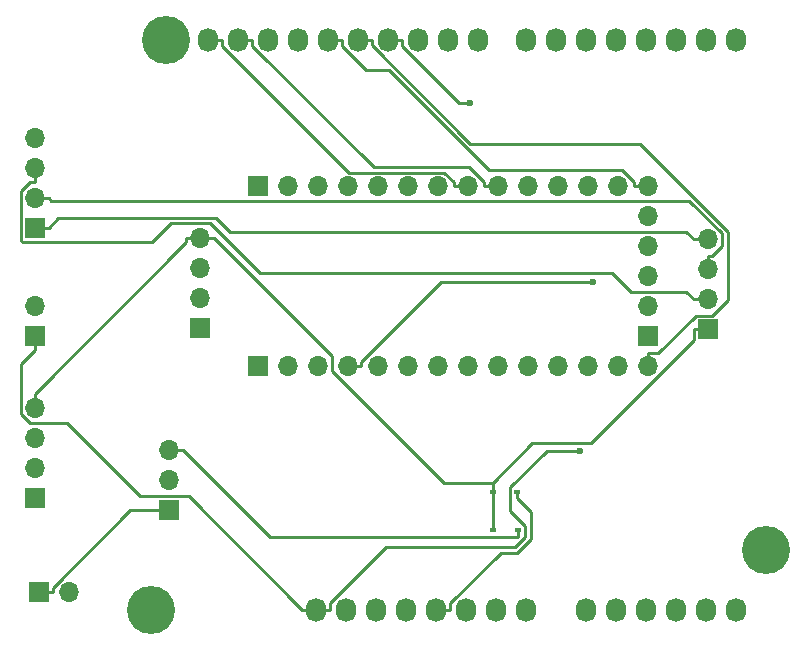
<source format=gbr>
G04 #@! TF.FileFunction,Copper,L1,Top,Signal*
%FSLAX46Y46*%
G04 Gerber Fmt 4.6, Leading zero omitted, Abs format (unit mm)*
G04 Created by KiCad (PCBNEW 4.0.6) date 06/14/17 16:45:23*
%MOMM*%
%LPD*%
G01*
G04 APERTURE LIST*
%ADD10C,0.100000*%
%ADD11C,4.064000*%
%ADD12O,1.727200X2.032000*%
%ADD13R,1.700000X1.700000*%
%ADD14O,1.700000X1.700000*%
%ADD15R,0.600000X0.450000*%
%ADD16C,0.600000*%
%ADD17C,0.250000*%
G04 APERTURE END LIST*
D10*
D11*
X177038000Y-118745000D03*
D12*
X138938000Y-123825000D03*
X141478000Y-123825000D03*
X144018000Y-123825000D03*
X146558000Y-123825000D03*
X149098000Y-123825000D03*
X151638000Y-123825000D03*
X154178000Y-123825000D03*
X156718000Y-123825000D03*
X161798000Y-123825000D03*
X164338000Y-123825000D03*
X166878000Y-123825000D03*
X169418000Y-123825000D03*
X171958000Y-123825000D03*
X174498000Y-123825000D03*
X129794000Y-75565000D03*
X132334000Y-75565000D03*
X134874000Y-75565000D03*
X137414000Y-75565000D03*
X139954000Y-75565000D03*
X142494000Y-75565000D03*
X145034000Y-75565000D03*
X147574000Y-75565000D03*
X150114000Y-75565000D03*
X152654000Y-75565000D03*
X156718000Y-75565000D03*
X159258000Y-75565000D03*
X161798000Y-75565000D03*
X164338000Y-75565000D03*
X166878000Y-75565000D03*
X169418000Y-75565000D03*
X171958000Y-75565000D03*
X174498000Y-75565000D03*
D11*
X124968000Y-123825000D03*
X126238000Y-75565000D03*
D13*
X133988000Y-88007000D03*
D14*
X136528000Y-88007000D03*
X139068000Y-88007000D03*
X141608000Y-88007000D03*
X144148000Y-88007000D03*
X146688000Y-88007000D03*
X149228000Y-88007000D03*
X151768000Y-88007000D03*
X154308000Y-88007000D03*
X156848000Y-88007000D03*
X159388000Y-88007000D03*
X161928000Y-88007000D03*
X164468000Y-88007000D03*
X167008000Y-88007000D03*
D13*
X172098000Y-100105000D03*
D14*
X172098000Y-97565000D03*
X172098000Y-95025000D03*
X172098000Y-92485000D03*
D13*
X167008000Y-100707000D03*
D14*
X167008000Y-98167000D03*
X167008000Y-95627000D03*
X167008000Y-93087000D03*
X167008000Y-90547000D03*
D13*
X133988000Y-103247000D03*
D14*
X136528000Y-103247000D03*
X139068000Y-103247000D03*
X141608000Y-103247000D03*
X144148000Y-103247000D03*
X146688000Y-103247000D03*
X149228000Y-103247000D03*
X151768000Y-103247000D03*
X154308000Y-103247000D03*
X156848000Y-103247000D03*
X159388000Y-103247000D03*
X161928000Y-103247000D03*
X164468000Y-103247000D03*
X167008000Y-103247000D03*
D13*
X129148000Y-99965000D03*
D14*
X129148000Y-97425000D03*
X129148000Y-94885000D03*
X129148000Y-92345000D03*
D13*
X115117000Y-91523200D03*
D14*
X115117000Y-88983200D03*
X115117000Y-86443200D03*
X115117000Y-83903200D03*
D13*
X115117000Y-100667000D03*
D14*
X115117000Y-98127000D03*
D13*
X115117000Y-114383000D03*
D14*
X115117000Y-111843000D03*
X115117000Y-109303000D03*
X115117000Y-106763000D03*
D13*
X126498000Y-115405000D03*
D14*
X126498000Y-112865000D03*
X126498000Y-110325000D03*
D13*
X115458000Y-122365000D03*
D14*
X117998000Y-122365000D03*
D15*
X153898000Y-113865000D03*
X155998000Y-113865000D03*
X153948000Y-117115000D03*
X156048000Y-117115000D03*
D16*
X162428400Y-96101700D03*
X151997300Y-80906300D03*
X161311600Y-110362400D03*
D17*
X155998000Y-113865000D02*
X155998000Y-114415300D01*
X149098000Y-123825000D02*
X150286900Y-123825000D01*
X157124400Y-115541700D02*
X155998000Y-114415300D01*
X157124400Y-117874400D02*
X157124400Y-115541700D01*
X155970400Y-119028400D02*
X157124400Y-117874400D01*
X154563400Y-119028400D02*
X155970400Y-119028400D01*
X150286900Y-123304900D02*
X154563400Y-119028400D01*
X150286900Y-123825000D02*
X150286900Y-123304900D01*
X133522900Y-76085100D02*
X133522900Y-75565000D01*
X143819100Y-86381300D02*
X133522900Y-76085100D01*
X151874300Y-86381300D02*
X143819100Y-86381300D01*
X153132700Y-87639700D02*
X151874300Y-86381300D01*
X153132700Y-88007000D02*
X153132700Y-87639700D01*
X154308000Y-88007000D02*
X153132700Y-88007000D01*
X132334000Y-75565000D02*
X133522900Y-75565000D01*
X130982900Y-76085100D02*
X130982900Y-75565000D01*
X141729500Y-86831700D02*
X130982900Y-76085100D01*
X149761200Y-86831700D02*
X141729500Y-86831700D01*
X150592700Y-87663200D02*
X149761200Y-86831700D01*
X150592700Y-88007000D02*
X150592700Y-87663200D01*
X151768000Y-88007000D02*
X150592700Y-88007000D01*
X129794000Y-75565000D02*
X130982900Y-75565000D01*
X149561300Y-96101700D02*
X162428400Y-96101700D01*
X142783300Y-102879700D02*
X149561300Y-96101700D01*
X142783300Y-103247000D02*
X142783300Y-102879700D01*
X141608000Y-103247000D02*
X142783300Y-103247000D01*
X167008000Y-88007000D02*
X165832700Y-88007000D01*
X139954000Y-75565000D02*
X141142900Y-75565000D01*
X141142900Y-76085100D02*
X141142900Y-75565000D01*
X143201400Y-78143600D02*
X141142900Y-76085100D01*
X145104500Y-78143600D02*
X143201400Y-78143600D01*
X153606000Y-86645100D02*
X145104500Y-78143600D01*
X164838200Y-86645100D02*
X153606000Y-86645100D01*
X165832700Y-87639600D02*
X164838200Y-86645100D01*
X165832700Y-88007000D02*
X165832700Y-87639600D01*
X143682900Y-76047800D02*
X143682900Y-75565000D01*
X152002200Y-84367100D02*
X143682900Y-76047800D01*
X166340100Y-84367100D02*
X152002200Y-84367100D01*
X173794700Y-91821700D02*
X166340100Y-84367100D01*
X173794700Y-97584600D02*
X173794700Y-91821700D01*
X172449700Y-98929600D02*
X173794700Y-97584600D01*
X171076600Y-98929600D02*
X172449700Y-98929600D01*
X167934500Y-102071700D02*
X171076600Y-98929600D01*
X167008000Y-102071700D02*
X167934500Y-102071700D01*
X167008000Y-103247000D02*
X167008000Y-102071700D01*
X142494000Y-75565000D02*
X143682900Y-75565000D01*
X146222900Y-76085100D02*
X146222900Y-75565000D01*
X151044100Y-80906300D02*
X146222900Y-76085100D01*
X151997300Y-80906300D02*
X151044100Y-80906300D01*
X145034000Y-75565000D02*
X146222900Y-75565000D01*
X170306300Y-96948600D02*
X170922700Y-97565000D01*
X165586400Y-96948600D02*
X170306300Y-96948600D01*
X163961500Y-95323700D02*
X165586400Y-96948600D01*
X134188300Y-95323700D02*
X163961500Y-95323700D01*
X130002200Y-91137600D02*
X134188300Y-95323700D01*
X126633600Y-91137600D02*
X130002200Y-91137600D01*
X125072600Y-92698600D02*
X126633600Y-91137600D01*
X114074400Y-92698600D02*
X125072600Y-92698600D01*
X113941600Y-92565800D02*
X114074400Y-92698600D01*
X113941600Y-88426600D02*
X113941600Y-92565800D01*
X114749700Y-87618500D02*
X113941600Y-88426600D01*
X115117000Y-87618500D02*
X114749700Y-87618500D01*
X115117000Y-86443200D02*
X115117000Y-87618500D01*
X172098000Y-97565000D02*
X170922700Y-97565000D01*
X172463300Y-93849700D02*
X172098000Y-93849700D01*
X173292400Y-93020600D02*
X172463300Y-93849700D01*
X173292400Y-91956300D02*
X173292400Y-93020600D01*
X170539500Y-89203400D02*
X173292400Y-91956300D01*
X116512500Y-89203400D02*
X170539500Y-89203400D01*
X116292300Y-88983200D02*
X116512500Y-89203400D01*
X115117000Y-88983200D02*
X116292300Y-88983200D01*
X172098000Y-95025000D02*
X172098000Y-93849700D01*
X115117000Y-91523200D02*
X116292300Y-91523200D01*
X172098000Y-92485000D02*
X170922700Y-92485000D01*
X117128300Y-90687200D02*
X116292300Y-91523200D01*
X130452300Y-90687200D02*
X117128300Y-90687200D01*
X131633700Y-91868600D02*
X130452300Y-90687200D01*
X170306300Y-91868600D02*
X131633700Y-91868600D01*
X170922700Y-92485000D02*
X170306300Y-91868600D01*
X113941700Y-103017600D02*
X115117000Y-101842300D01*
X113941700Y-107278400D02*
X113941700Y-103017600D01*
X114696300Y-108033000D02*
X113941700Y-107278400D01*
X117818400Y-108033000D02*
X114696300Y-108033000D01*
X124015000Y-114229600D02*
X117818400Y-108033000D01*
X128153700Y-114229600D02*
X124015000Y-114229600D01*
X137749100Y-123825000D02*
X128153700Y-114229600D01*
X115117000Y-100791000D02*
X115117000Y-101842300D01*
X115117000Y-100791000D02*
X115117000Y-100689800D01*
X115117000Y-100678400D02*
X115117000Y-100689800D01*
X115117000Y-100678400D02*
X115117000Y-100667000D01*
X138626500Y-123825000D02*
X137749100Y-123825000D01*
X138626500Y-123825000D02*
X138938000Y-123825000D01*
X158458500Y-110362400D02*
X161311600Y-110362400D01*
X155372600Y-113448300D02*
X158458500Y-110362400D01*
X155372600Y-115454500D02*
X155372600Y-113448300D01*
X156673300Y-116755200D02*
X155372600Y-115454500D01*
X156673300Y-117687200D02*
X156673300Y-116755200D01*
X155809700Y-118550800D02*
X156673300Y-117687200D01*
X144881000Y-118550800D02*
X155809700Y-118550800D01*
X140126900Y-123304900D02*
X144881000Y-118550800D01*
X140126900Y-123825000D02*
X140126900Y-123304900D01*
X138938000Y-123825000D02*
X140126900Y-123825000D01*
X123226000Y-115405000D02*
X126498000Y-115405000D01*
X116633300Y-121997700D02*
X123226000Y-115405000D01*
X116633300Y-122365000D02*
X116633300Y-121997700D01*
X115458000Y-122365000D02*
X116633300Y-122365000D01*
X156048000Y-117115000D02*
X156048000Y-117665300D01*
X126498000Y-110325000D02*
X127673300Y-110325000D01*
X135013600Y-117665300D02*
X127673300Y-110325000D01*
X156048000Y-117665300D02*
X135013600Y-117665300D01*
X127972700Y-92732000D02*
X127972700Y-92345000D01*
X115117000Y-105587700D02*
X127972700Y-92732000D01*
X115117000Y-106763000D02*
X115117000Y-105587700D01*
X129148000Y-92345000D02*
X127972700Y-92345000D01*
X153898000Y-113865000D02*
X153898000Y-113314700D01*
X172098000Y-100105000D02*
X170922700Y-100105000D01*
X153898000Y-116514700D02*
X153898000Y-113865000D01*
X153948000Y-116564700D02*
X153898000Y-116514700D01*
X153948000Y-117115000D02*
X153948000Y-116564700D01*
X129148000Y-92345000D02*
X130323300Y-92345000D01*
X153898000Y-113108600D02*
X153898000Y-113314700D01*
X140299300Y-102321000D02*
X130323300Y-92345000D01*
X140299300Y-103666800D02*
X140299300Y-102321000D01*
X149741100Y-113108600D02*
X140299300Y-103666800D01*
X153898000Y-113108600D02*
X149741100Y-113108600D01*
X157269500Y-109737100D02*
X153898000Y-113108600D01*
X162230200Y-109737100D02*
X157269500Y-109737100D01*
X170922700Y-101044600D02*
X162230200Y-109737100D01*
X170922700Y-100105000D02*
X170922700Y-101044600D01*
M02*

</source>
